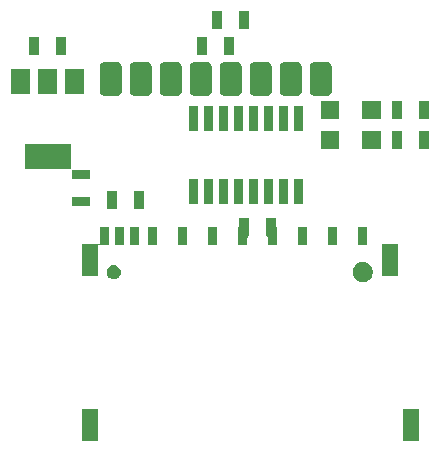
<source format=gbr>
G04 #@! TF.GenerationSoftware,KiCad,Pcbnew,(5.0.2)-1*
G04 #@! TF.CreationDate,2019-04-22T11:09:00+04:00*
G04 #@! TF.ProjectId,SD_CARD_and_SPI_FLASH_v2.2,53445f43-4152-4445-9f61-6e645f535049,rev?*
G04 #@! TF.SameCoordinates,Original*
G04 #@! TF.FileFunction,Soldermask,Top*
G04 #@! TF.FilePolarity,Negative*
%FSLAX46Y46*%
G04 Gerber Fmt 4.6, Leading zero omitted, Abs format (unit mm)*
G04 Created by KiCad (PCBNEW (5.0.2)-1) date 22/04/2019 11:09:00*
%MOMM*%
%LPD*%
G01*
G04 APERTURE LIST*
%ADD10C,0.100000*%
G04 APERTURE END LIST*
D10*
G36*
X167326900Y-123784400D02*
X165955300Y-123784400D01*
X165955300Y-121142800D01*
X167326900Y-121142800D01*
X167326900Y-123784400D01*
X167326900Y-123784400D01*
G37*
G36*
X140148900Y-123784400D02*
X138777300Y-123784400D01*
X138777300Y-121142800D01*
X140148900Y-121142800D01*
X140148900Y-123784400D01*
X140148900Y-123784400D01*
G37*
G36*
X162825328Y-108691303D02*
X162980200Y-108755453D01*
X163119581Y-108848585D01*
X163238115Y-108967119D01*
X163331247Y-109106500D01*
X163395397Y-109261372D01*
X163428100Y-109425784D01*
X163428100Y-109593416D01*
X163395397Y-109757828D01*
X163331247Y-109912700D01*
X163238115Y-110052081D01*
X163119581Y-110170615D01*
X162980200Y-110263747D01*
X162825328Y-110327897D01*
X162660916Y-110360600D01*
X162493284Y-110360600D01*
X162328872Y-110327897D01*
X162174000Y-110263747D01*
X162034619Y-110170615D01*
X161916085Y-110052081D01*
X161822953Y-109912700D01*
X161758803Y-109757828D01*
X161726100Y-109593416D01*
X161726100Y-109425784D01*
X161758803Y-109261372D01*
X161822953Y-109106500D01*
X161916085Y-108967119D01*
X162034619Y-108848585D01*
X162174000Y-108755453D01*
X162328872Y-108691303D01*
X162493284Y-108658600D01*
X162660916Y-108658600D01*
X162825328Y-108691303D01*
X162825328Y-108691303D01*
G37*
G36*
X141670405Y-108931696D02*
X141779780Y-108977000D01*
X141878218Y-109042775D01*
X141961925Y-109126482D01*
X142027700Y-109224920D01*
X142073004Y-109334295D01*
X142096100Y-109450406D01*
X142096100Y-109568794D01*
X142073004Y-109684905D01*
X142027700Y-109794280D01*
X141961925Y-109892718D01*
X141878218Y-109976425D01*
X141779780Y-110042200D01*
X141670405Y-110087504D01*
X141554294Y-110110600D01*
X141435906Y-110110600D01*
X141319795Y-110087504D01*
X141210420Y-110042200D01*
X141111982Y-109976425D01*
X141028275Y-109892718D01*
X140962500Y-109794280D01*
X140917196Y-109684905D01*
X140894100Y-109568794D01*
X140894100Y-109450406D01*
X140917196Y-109334295D01*
X140962500Y-109224920D01*
X141028275Y-109126482D01*
X141111982Y-109042775D01*
X141210420Y-108977000D01*
X141319795Y-108931696D01*
X141435906Y-108908600D01*
X141554294Y-108908600D01*
X141670405Y-108931696D01*
X141670405Y-108931696D01*
G37*
G36*
X141139500Y-107223600D02*
X140273900Y-107223600D01*
X140249514Y-107226002D01*
X140226065Y-107233115D01*
X140204454Y-107244666D01*
X140185512Y-107260212D01*
X140169966Y-107279154D01*
X140158415Y-107300765D01*
X140151302Y-107324214D01*
X140148900Y-107348600D01*
X140148900Y-109814400D01*
X138777300Y-109814400D01*
X138777300Y-107172800D01*
X140201700Y-107172800D01*
X140226086Y-107170398D01*
X140249535Y-107163285D01*
X140271146Y-107151734D01*
X140290088Y-107136188D01*
X140305634Y-107117246D01*
X140317185Y-107095635D01*
X140324298Y-107072186D01*
X140326700Y-107047800D01*
X140326700Y-105699600D01*
X141139500Y-105699600D01*
X141139500Y-107223600D01*
X141139500Y-107223600D01*
G37*
G36*
X165548900Y-109814400D02*
X164177300Y-109814400D01*
X164177300Y-107172800D01*
X165548900Y-107172800D01*
X165548900Y-109814400D01*
X165548900Y-109814400D01*
G37*
G36*
X142409500Y-107223600D02*
X141596700Y-107223600D01*
X141596700Y-105699600D01*
X142409500Y-105699600D01*
X142409500Y-107223600D01*
X142409500Y-107223600D01*
G37*
G36*
X143679500Y-107223600D02*
X142866700Y-107223600D01*
X142866700Y-105699600D01*
X143679500Y-105699600D01*
X143679500Y-107223600D01*
X143679500Y-107223600D01*
G37*
G36*
X145203500Y-107223600D02*
X144390700Y-107223600D01*
X144390700Y-105699600D01*
X145203500Y-105699600D01*
X145203500Y-107223600D01*
X145203500Y-107223600D01*
G37*
G36*
X147743500Y-107223600D02*
X146930700Y-107223600D01*
X146930700Y-105699600D01*
X147743500Y-105699600D01*
X147743500Y-107223600D01*
X147743500Y-107223600D01*
G37*
G36*
X150283500Y-107223600D02*
X149470700Y-107223600D01*
X149470700Y-105699600D01*
X150283500Y-105699600D01*
X150283500Y-107223600D01*
X150283500Y-107223600D01*
G37*
G36*
X152950500Y-106461600D02*
X152948500Y-106461600D01*
X152924114Y-106464002D01*
X152900665Y-106471115D01*
X152879054Y-106482666D01*
X152860112Y-106498212D01*
X152844566Y-106517154D01*
X152833015Y-106538765D01*
X152825902Y-106562214D01*
X152823500Y-106586600D01*
X152823500Y-107223600D01*
X152010700Y-107223600D01*
X152010700Y-105699600D01*
X152012700Y-105699600D01*
X152037086Y-105697198D01*
X152060535Y-105690085D01*
X152082146Y-105678534D01*
X152101088Y-105662988D01*
X152116634Y-105644046D01*
X152128185Y-105622435D01*
X152135298Y-105598986D01*
X152137700Y-105574600D01*
X152137700Y-104937600D01*
X152950500Y-104937600D01*
X152950500Y-106461600D01*
X152950500Y-106461600D01*
G37*
G36*
X155236500Y-105574600D02*
X155238902Y-105598986D01*
X155246015Y-105622435D01*
X155257566Y-105644046D01*
X155273112Y-105662988D01*
X155292054Y-105678534D01*
X155313665Y-105690085D01*
X155337114Y-105697198D01*
X155361500Y-105699600D01*
X155363500Y-105699600D01*
X155363500Y-107223600D01*
X154550700Y-107223600D01*
X154550700Y-106586600D01*
X154548298Y-106562214D01*
X154541185Y-106538765D01*
X154529634Y-106517154D01*
X154514088Y-106498212D01*
X154495146Y-106482666D01*
X154473535Y-106471115D01*
X154450086Y-106464002D01*
X154425700Y-106461600D01*
X154423700Y-106461600D01*
X154423700Y-104937600D01*
X155236500Y-104937600D01*
X155236500Y-105574600D01*
X155236500Y-105574600D01*
G37*
G36*
X157903500Y-107223600D02*
X157090700Y-107223600D01*
X157090700Y-105699600D01*
X157903500Y-105699600D01*
X157903500Y-107223600D01*
X157903500Y-107223600D01*
G37*
G36*
X160443500Y-107223600D02*
X159630700Y-107223600D01*
X159630700Y-105699600D01*
X160443500Y-105699600D01*
X160443500Y-107223600D01*
X160443500Y-107223600D01*
G37*
G36*
X162983500Y-107223600D02*
X162170700Y-107223600D01*
X162170700Y-105699600D01*
X162983500Y-105699600D01*
X162983500Y-107223600D01*
X162983500Y-107223600D01*
G37*
G36*
X144060500Y-104175600D02*
X143247700Y-104175600D01*
X143247700Y-102651600D01*
X144060500Y-102651600D01*
X144060500Y-104175600D01*
X144060500Y-104175600D01*
G37*
G36*
X141774500Y-104175600D02*
X140961700Y-104175600D01*
X140961700Y-102651600D01*
X141774500Y-102651600D01*
X141774500Y-104175600D01*
X141774500Y-104175600D01*
G37*
G36*
X139463100Y-103947000D02*
X137939100Y-103947000D01*
X137939100Y-103134200D01*
X139463100Y-103134200D01*
X139463100Y-103947000D01*
X139463100Y-103947000D01*
G37*
G36*
X152417100Y-103743800D02*
X151655100Y-103743800D01*
X151655100Y-101610200D01*
X152417100Y-101610200D01*
X152417100Y-103743800D01*
X152417100Y-103743800D01*
G37*
G36*
X157497100Y-103743800D02*
X156735100Y-103743800D01*
X156735100Y-101610200D01*
X157497100Y-101610200D01*
X157497100Y-103743800D01*
X157497100Y-103743800D01*
G37*
G36*
X153687100Y-103743800D02*
X152925100Y-103743800D01*
X152925100Y-101610200D01*
X153687100Y-101610200D01*
X153687100Y-103743800D01*
X153687100Y-103743800D01*
G37*
G36*
X154957100Y-103743800D02*
X154195100Y-103743800D01*
X154195100Y-101610200D01*
X154957100Y-101610200D01*
X154957100Y-103743800D01*
X154957100Y-103743800D01*
G37*
G36*
X156227100Y-103743800D02*
X155465100Y-103743800D01*
X155465100Y-101610200D01*
X156227100Y-101610200D01*
X156227100Y-103743800D01*
X156227100Y-103743800D01*
G37*
G36*
X149877100Y-103743800D02*
X149115100Y-103743800D01*
X149115100Y-101610200D01*
X149877100Y-101610200D01*
X149877100Y-103743800D01*
X149877100Y-103743800D01*
G37*
G36*
X148607100Y-103743800D02*
X147845100Y-103743800D01*
X147845100Y-101610200D01*
X148607100Y-101610200D01*
X148607100Y-103743800D01*
X148607100Y-103743800D01*
G37*
G36*
X151147100Y-103743800D02*
X150385100Y-103743800D01*
X150385100Y-101610200D01*
X151147100Y-101610200D01*
X151147100Y-103743800D01*
X151147100Y-103743800D01*
G37*
G36*
X137935065Y-100838685D02*
X137958514Y-100845798D01*
X137982900Y-100848200D01*
X139463100Y-100848200D01*
X139463100Y-101661000D01*
X137939100Y-101661000D01*
X137939100Y-100881400D01*
X137936698Y-100857014D01*
X137930378Y-100836180D01*
X137935065Y-100838685D01*
X137935065Y-100838685D01*
G37*
G36*
X137857900Y-100723200D02*
X137860302Y-100747586D01*
X137866622Y-100768420D01*
X137861935Y-100765915D01*
X137838486Y-100758802D01*
X137814100Y-100756400D01*
X133956300Y-100756400D01*
X133956300Y-98654800D01*
X137857900Y-98654800D01*
X137857900Y-100723200D01*
X137857900Y-100723200D01*
G37*
G36*
X160611900Y-99134400D02*
X159010300Y-99134400D01*
X159010300Y-97532800D01*
X160611900Y-97532800D01*
X160611900Y-99134400D01*
X160611900Y-99134400D01*
G37*
G36*
X164111900Y-99134400D02*
X162510300Y-99134400D01*
X162510300Y-97532800D01*
X164111900Y-97532800D01*
X164111900Y-99134400D01*
X164111900Y-99134400D01*
G37*
G36*
X168190500Y-99095600D02*
X167377700Y-99095600D01*
X167377700Y-97571600D01*
X168190500Y-97571600D01*
X168190500Y-99095600D01*
X168190500Y-99095600D01*
G37*
G36*
X165904500Y-99095600D02*
X165091700Y-99095600D01*
X165091700Y-97571600D01*
X165904500Y-97571600D01*
X165904500Y-99095600D01*
X165904500Y-99095600D01*
G37*
G36*
X154957100Y-97597000D02*
X154195100Y-97597000D01*
X154195100Y-95463400D01*
X154957100Y-95463400D01*
X154957100Y-97597000D01*
X154957100Y-97597000D01*
G37*
G36*
X149877100Y-97597000D02*
X149115100Y-97597000D01*
X149115100Y-95463400D01*
X149877100Y-95463400D01*
X149877100Y-97597000D01*
X149877100Y-97597000D01*
G37*
G36*
X152417100Y-97597000D02*
X151655100Y-97597000D01*
X151655100Y-95463400D01*
X152417100Y-95463400D01*
X152417100Y-97597000D01*
X152417100Y-97597000D01*
G37*
G36*
X153687100Y-97597000D02*
X152925100Y-97597000D01*
X152925100Y-95463400D01*
X153687100Y-95463400D01*
X153687100Y-97597000D01*
X153687100Y-97597000D01*
G37*
G36*
X156227100Y-97597000D02*
X155465100Y-97597000D01*
X155465100Y-95463400D01*
X156227100Y-95463400D01*
X156227100Y-97597000D01*
X156227100Y-97597000D01*
G37*
G36*
X157497100Y-97597000D02*
X156735100Y-97597000D01*
X156735100Y-95463400D01*
X157497100Y-95463400D01*
X157497100Y-97597000D01*
X157497100Y-97597000D01*
G37*
G36*
X151147100Y-97597000D02*
X150385100Y-97597000D01*
X150385100Y-95463400D01*
X151147100Y-95463400D01*
X151147100Y-97597000D01*
X151147100Y-97597000D01*
G37*
G36*
X148607100Y-97597000D02*
X147845100Y-97597000D01*
X147845100Y-95463400D01*
X148607100Y-95463400D01*
X148607100Y-97597000D01*
X148607100Y-97597000D01*
G37*
G36*
X160611900Y-96594400D02*
X159010300Y-96594400D01*
X159010300Y-94992800D01*
X160611900Y-94992800D01*
X160611900Y-96594400D01*
X160611900Y-96594400D01*
G37*
G36*
X164111900Y-96594400D02*
X162510300Y-96594400D01*
X162510300Y-94992800D01*
X164111900Y-94992800D01*
X164111900Y-96594400D01*
X164111900Y-96594400D01*
G37*
G36*
X168190500Y-96555600D02*
X167377700Y-96555600D01*
X167377700Y-95031600D01*
X168190500Y-95031600D01*
X168190500Y-96555600D01*
X168190500Y-96555600D01*
G37*
G36*
X165904500Y-96555600D02*
X165091700Y-96555600D01*
X165091700Y-95031600D01*
X165904500Y-95031600D01*
X165904500Y-96555600D01*
X165904500Y-96555600D01*
G37*
G36*
X157092863Y-91720621D02*
X157169172Y-91743770D01*
X157239502Y-91781362D01*
X157301148Y-91831952D01*
X157351738Y-91893598D01*
X157389330Y-91963928D01*
X157412479Y-92040237D01*
X157420900Y-92125740D01*
X157420900Y-94178260D01*
X157412479Y-94263763D01*
X157389330Y-94340072D01*
X157351738Y-94410402D01*
X157301148Y-94472048D01*
X157239502Y-94522638D01*
X157169172Y-94560230D01*
X157092863Y-94583379D01*
X157007360Y-94591800D01*
X155954840Y-94591800D01*
X155869337Y-94583379D01*
X155793028Y-94560230D01*
X155722698Y-94522638D01*
X155661052Y-94472048D01*
X155610462Y-94410402D01*
X155572870Y-94340072D01*
X155549721Y-94263763D01*
X155541300Y-94178260D01*
X155541300Y-92125740D01*
X155549721Y-92040237D01*
X155572870Y-91963928D01*
X155610462Y-91893598D01*
X155661052Y-91831952D01*
X155722698Y-91781362D01*
X155793028Y-91743770D01*
X155869337Y-91720621D01*
X155954840Y-91712200D01*
X157007360Y-91712200D01*
X157092863Y-91720621D01*
X157092863Y-91720621D01*
G37*
G36*
X154552863Y-91720621D02*
X154629172Y-91743770D01*
X154699502Y-91781362D01*
X154761148Y-91831952D01*
X154811738Y-91893598D01*
X154849330Y-91963928D01*
X154872479Y-92040237D01*
X154880900Y-92125740D01*
X154880900Y-94178260D01*
X154872479Y-94263763D01*
X154849330Y-94340072D01*
X154811738Y-94410402D01*
X154761148Y-94472048D01*
X154699502Y-94522638D01*
X154629172Y-94560230D01*
X154552863Y-94583379D01*
X154467360Y-94591800D01*
X153414840Y-94591800D01*
X153329337Y-94583379D01*
X153253028Y-94560230D01*
X153182698Y-94522638D01*
X153121052Y-94472048D01*
X153070462Y-94410402D01*
X153032870Y-94340072D01*
X153009721Y-94263763D01*
X153001300Y-94178260D01*
X153001300Y-92125740D01*
X153009721Y-92040237D01*
X153032870Y-91963928D01*
X153070462Y-91893598D01*
X153121052Y-91831952D01*
X153182698Y-91781362D01*
X153253028Y-91743770D01*
X153329337Y-91720621D01*
X153414840Y-91712200D01*
X154467360Y-91712200D01*
X154552863Y-91720621D01*
X154552863Y-91720621D01*
G37*
G36*
X144392863Y-91720621D02*
X144469172Y-91743770D01*
X144539502Y-91781362D01*
X144601148Y-91831952D01*
X144651738Y-91893598D01*
X144689330Y-91963928D01*
X144712479Y-92040237D01*
X144720900Y-92125740D01*
X144720900Y-94178260D01*
X144712479Y-94263763D01*
X144689330Y-94340072D01*
X144651738Y-94410402D01*
X144601148Y-94472048D01*
X144539502Y-94522638D01*
X144469172Y-94560230D01*
X144392863Y-94583379D01*
X144307360Y-94591800D01*
X143254840Y-94591800D01*
X143169337Y-94583379D01*
X143093028Y-94560230D01*
X143022698Y-94522638D01*
X142961052Y-94472048D01*
X142910462Y-94410402D01*
X142872870Y-94340072D01*
X142849721Y-94263763D01*
X142841300Y-94178260D01*
X142841300Y-92125740D01*
X142849721Y-92040237D01*
X142872870Y-91963928D01*
X142910462Y-91893598D01*
X142961052Y-91831952D01*
X143022698Y-91781362D01*
X143093028Y-91743770D01*
X143169337Y-91720621D01*
X143254840Y-91712200D01*
X144307360Y-91712200D01*
X144392863Y-91720621D01*
X144392863Y-91720621D01*
G37*
G36*
X152012863Y-91720621D02*
X152089172Y-91743770D01*
X152159502Y-91781362D01*
X152221148Y-91831952D01*
X152271738Y-91893598D01*
X152309330Y-91963928D01*
X152332479Y-92040237D01*
X152340900Y-92125740D01*
X152340900Y-94178260D01*
X152332479Y-94263763D01*
X152309330Y-94340072D01*
X152271738Y-94410402D01*
X152221148Y-94472048D01*
X152159502Y-94522638D01*
X152089172Y-94560230D01*
X152012863Y-94583379D01*
X151927360Y-94591800D01*
X150874840Y-94591800D01*
X150789337Y-94583379D01*
X150713028Y-94560230D01*
X150642698Y-94522638D01*
X150581052Y-94472048D01*
X150530462Y-94410402D01*
X150492870Y-94340072D01*
X150469721Y-94263763D01*
X150461300Y-94178260D01*
X150461300Y-92125740D01*
X150469721Y-92040237D01*
X150492870Y-91963928D01*
X150530462Y-91893598D01*
X150581052Y-91831952D01*
X150642698Y-91781362D01*
X150713028Y-91743770D01*
X150789337Y-91720621D01*
X150874840Y-91712200D01*
X151927360Y-91712200D01*
X152012863Y-91720621D01*
X152012863Y-91720621D01*
G37*
G36*
X149472863Y-91720621D02*
X149549172Y-91743770D01*
X149619502Y-91781362D01*
X149681148Y-91831952D01*
X149731738Y-91893598D01*
X149769330Y-91963928D01*
X149792479Y-92040237D01*
X149800900Y-92125740D01*
X149800900Y-94178260D01*
X149792479Y-94263763D01*
X149769330Y-94340072D01*
X149731738Y-94410402D01*
X149681148Y-94472048D01*
X149619502Y-94522638D01*
X149549172Y-94560230D01*
X149472863Y-94583379D01*
X149387360Y-94591800D01*
X148334840Y-94591800D01*
X148249337Y-94583379D01*
X148173028Y-94560230D01*
X148102698Y-94522638D01*
X148041052Y-94472048D01*
X147990462Y-94410402D01*
X147952870Y-94340072D01*
X147929721Y-94263763D01*
X147921300Y-94178260D01*
X147921300Y-92125740D01*
X147929721Y-92040237D01*
X147952870Y-91963928D01*
X147990462Y-91893598D01*
X148041052Y-91831952D01*
X148102698Y-91781362D01*
X148173028Y-91743770D01*
X148249337Y-91720621D01*
X148334840Y-91712200D01*
X149387360Y-91712200D01*
X149472863Y-91720621D01*
X149472863Y-91720621D01*
G37*
G36*
X146932863Y-91720621D02*
X147009172Y-91743770D01*
X147079502Y-91781362D01*
X147141148Y-91831952D01*
X147191738Y-91893598D01*
X147229330Y-91963928D01*
X147252479Y-92040237D01*
X147260900Y-92125740D01*
X147260900Y-94178260D01*
X147252479Y-94263763D01*
X147229330Y-94340072D01*
X147191738Y-94410402D01*
X147141148Y-94472048D01*
X147079502Y-94522638D01*
X147009172Y-94560230D01*
X146932863Y-94583379D01*
X146847360Y-94591800D01*
X145794840Y-94591800D01*
X145709337Y-94583379D01*
X145633028Y-94560230D01*
X145562698Y-94522638D01*
X145501052Y-94472048D01*
X145450462Y-94410402D01*
X145412870Y-94340072D01*
X145389721Y-94263763D01*
X145381300Y-94178260D01*
X145381300Y-92125740D01*
X145389721Y-92040237D01*
X145412870Y-91963928D01*
X145450462Y-91893598D01*
X145501052Y-91831952D01*
X145562698Y-91781362D01*
X145633028Y-91743770D01*
X145709337Y-91720621D01*
X145794840Y-91712200D01*
X146847360Y-91712200D01*
X146932863Y-91720621D01*
X146932863Y-91720621D01*
G37*
G36*
X141852863Y-91720621D02*
X141929172Y-91743770D01*
X141999502Y-91781362D01*
X142061148Y-91831952D01*
X142111738Y-91893598D01*
X142149330Y-91963928D01*
X142172479Y-92040237D01*
X142180900Y-92125740D01*
X142180900Y-94178260D01*
X142172479Y-94263763D01*
X142149330Y-94340072D01*
X142111738Y-94410402D01*
X142061148Y-94472048D01*
X141999502Y-94522638D01*
X141929172Y-94560230D01*
X141852863Y-94583379D01*
X141767360Y-94591800D01*
X140714840Y-94591800D01*
X140629337Y-94583379D01*
X140553028Y-94560230D01*
X140482698Y-94522638D01*
X140421052Y-94472048D01*
X140370462Y-94410402D01*
X140332870Y-94340072D01*
X140309721Y-94263763D01*
X140301300Y-94178260D01*
X140301300Y-92125740D01*
X140309721Y-92040237D01*
X140332870Y-91963928D01*
X140370462Y-91893598D01*
X140421052Y-91831952D01*
X140482698Y-91781362D01*
X140553028Y-91743770D01*
X140629337Y-91720621D01*
X140714840Y-91712200D01*
X141767360Y-91712200D01*
X141852863Y-91720621D01*
X141852863Y-91720621D01*
G37*
G36*
X159632863Y-91720621D02*
X159709172Y-91743770D01*
X159779502Y-91781362D01*
X159841148Y-91831952D01*
X159891738Y-91893598D01*
X159929330Y-91963928D01*
X159952479Y-92040237D01*
X159960900Y-92125740D01*
X159960900Y-94178260D01*
X159952479Y-94263763D01*
X159929330Y-94340072D01*
X159891738Y-94410402D01*
X159841148Y-94472048D01*
X159779502Y-94522638D01*
X159709172Y-94560230D01*
X159632863Y-94583379D01*
X159547360Y-94591800D01*
X158494840Y-94591800D01*
X158409337Y-94583379D01*
X158333028Y-94560230D01*
X158262698Y-94522638D01*
X158201052Y-94472048D01*
X158150462Y-94410402D01*
X158112870Y-94340072D01*
X158089721Y-94263763D01*
X158081300Y-94178260D01*
X158081300Y-92125740D01*
X158089721Y-92040237D01*
X158112870Y-91963928D01*
X158150462Y-91893598D01*
X158201052Y-91831952D01*
X158262698Y-91781362D01*
X158333028Y-91743770D01*
X158409337Y-91720621D01*
X158494840Y-91712200D01*
X159547360Y-91712200D01*
X159632863Y-91720621D01*
X159632863Y-91720621D01*
G37*
G36*
X134407900Y-94456400D02*
X132806300Y-94456400D01*
X132806300Y-92354800D01*
X134407900Y-92354800D01*
X134407900Y-94456400D01*
X134407900Y-94456400D01*
G37*
G36*
X136707900Y-94456400D02*
X135106300Y-94456400D01*
X135106300Y-92354800D01*
X136707900Y-92354800D01*
X136707900Y-94456400D01*
X136707900Y-94456400D01*
G37*
G36*
X139007900Y-94456400D02*
X137406300Y-94456400D01*
X137406300Y-92354800D01*
X139007900Y-92354800D01*
X139007900Y-94456400D01*
X139007900Y-94456400D01*
G37*
G36*
X135170500Y-91094600D02*
X134357700Y-91094600D01*
X134357700Y-89570600D01*
X135170500Y-89570600D01*
X135170500Y-91094600D01*
X135170500Y-91094600D01*
G37*
G36*
X137456500Y-91094600D02*
X136643700Y-91094600D01*
X136643700Y-89570600D01*
X137456500Y-89570600D01*
X137456500Y-91094600D01*
X137456500Y-91094600D01*
G37*
G36*
X149394500Y-91094600D02*
X148581700Y-91094600D01*
X148581700Y-89570600D01*
X149394500Y-89570600D01*
X149394500Y-91094600D01*
X149394500Y-91094600D01*
G37*
G36*
X151680500Y-91094600D02*
X150867700Y-91094600D01*
X150867700Y-89570600D01*
X151680500Y-89570600D01*
X151680500Y-91094600D01*
X151680500Y-91094600D01*
G37*
G36*
X152950500Y-88935600D02*
X152137700Y-88935600D01*
X152137700Y-87411600D01*
X152950500Y-87411600D01*
X152950500Y-88935600D01*
X152950500Y-88935600D01*
G37*
G36*
X150664500Y-88935600D02*
X149851700Y-88935600D01*
X149851700Y-87411600D01*
X150664500Y-87411600D01*
X150664500Y-88935600D01*
X150664500Y-88935600D01*
G37*
M02*

</source>
